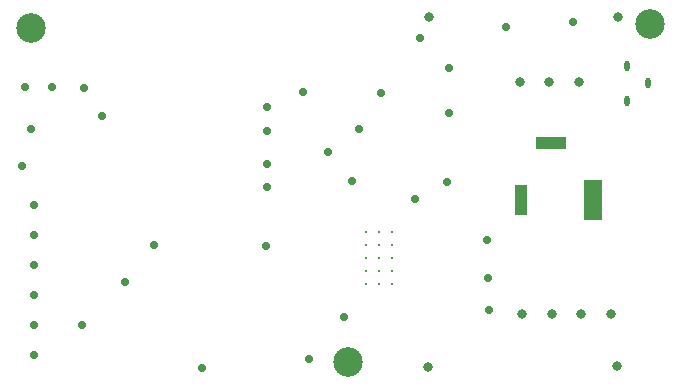
<source format=gbr>
%TF.GenerationSoftware,Altium Limited,Altium Designer,23.4.1 (23)*%
G04 Layer_Color=0*
%FSLAX45Y45*%
%MOMM*%
%TF.SameCoordinates,95043EA5-DFE4-4E97-A360-3BE786514F03*%
%TF.FilePolarity,Positive*%
%TF.FileFunction,Plated,1,4,PTH,Drill*%
%TF.Part,Single*%
G01*
G75*
%TA.AperFunction,ComponentDrill*%
%ADD84C,0.80000*%
%TA.AperFunction,OtherDrill,Pad Free-3 (54.9mm,30.8mm)*%
%ADD85C,2.50000*%
%TA.AperFunction,ComponentDrill*%
%ADD86O,0.50000X0.90000*%
%TA.AperFunction,OtherDrill,Pad Free-2 (29.3mm,2.2mm)*%
%ADD87C,2.50000*%
%TA.AperFunction,OtherDrill,Pad Free-1 (2.5mm,30.5mm)*%
%ADD88C,2.50000*%
%TA.AperFunction,ComponentDrill*%
%ADD89R,2.50000X1.00000*%
%ADD90R,1.00000X2.50000*%
%ADD91R,1.50000X3.50000*%
%ADD92C,0.70000*%
%TA.AperFunction,ViaDrill,NotFilled*%
%ADD93C,0.71120*%
%ADD94C,0.20000*%
D84*
X4660000Y630000D02*
D03*
X4910000D02*
D03*
X5160000D02*
D03*
X4410000D02*
D03*
X5223089Y3144867D02*
D03*
X3623089Y3140000D02*
D03*
X4640000Y2590000D02*
D03*
X4890000D02*
D03*
X4390000D02*
D03*
X5210000Y184867D02*
D03*
X3610000Y180000D02*
D03*
D85*
X5490000Y3080000D02*
D03*
D86*
X5300000Y2430000D02*
D03*
Y2730000D02*
D03*
X5475000Y2580000D02*
D03*
D87*
X2930000Y220000D02*
D03*
D88*
X250000Y3050000D02*
D03*
D89*
X4649998Y2076876D02*
D03*
D90*
X4399998Y1594376D02*
D03*
D91*
X5009998D02*
D03*
D92*
X275002Y1550004D02*
D03*
Y1296004D02*
D03*
Y1042004D02*
D03*
Y788004D02*
D03*
Y534004D02*
D03*
Y280004D02*
D03*
D93*
X2970000Y1750000D02*
D03*
X4840000Y3100000D02*
D03*
X1290000Y1210000D02*
D03*
X2240000Y1200000D02*
D03*
X3790000Y2330000D02*
D03*
X4130000Y660000D02*
D03*
X3790000Y2710000D02*
D03*
X3770000Y1748500D02*
D03*
X3210000Y2500000D02*
D03*
X2900000Y600000D02*
D03*
X3500000Y1600000D02*
D03*
X4120000Y930000D02*
D03*
X4110000Y1250000D02*
D03*
X200000Y2550000D02*
D03*
X1700000Y170000D02*
D03*
X850000Y2300000D02*
D03*
X250000Y2190000D02*
D03*
X430000Y2550000D02*
D03*
X170000Y1880000D02*
D03*
X4270000Y3060000D02*
D03*
X2250000Y2380000D02*
D03*
X3028907Y2193548D02*
D03*
X3540000Y2960000D02*
D03*
X2550000Y2510000D02*
D03*
X700000Y2540000D02*
D03*
X2250000Y2180000D02*
D03*
Y1700000D02*
D03*
X1050000Y900000D02*
D03*
X2767500Y2002500D02*
D03*
X680000Y530000D02*
D03*
X2250000Y1900000D02*
D03*
X2600000Y250000D02*
D03*
D94*
X3309999Y879999D02*
D03*
X3200002D02*
D03*
X3090000D02*
D03*
X3309999Y990002D02*
D03*
X3200002D02*
D03*
X3090000D02*
D03*
X3309999Y1099999D02*
D03*
X3200002D02*
D03*
X3090000D02*
D03*
X3309999Y1210001D02*
D03*
X3200002D02*
D03*
X3090000D02*
D03*
X3309999Y1319998D02*
D03*
X3200002D02*
D03*
X3090000D02*
D03*
%TF.MD5,2561095420890efbbb79915d7a0dcbb6*%
M02*

</source>
